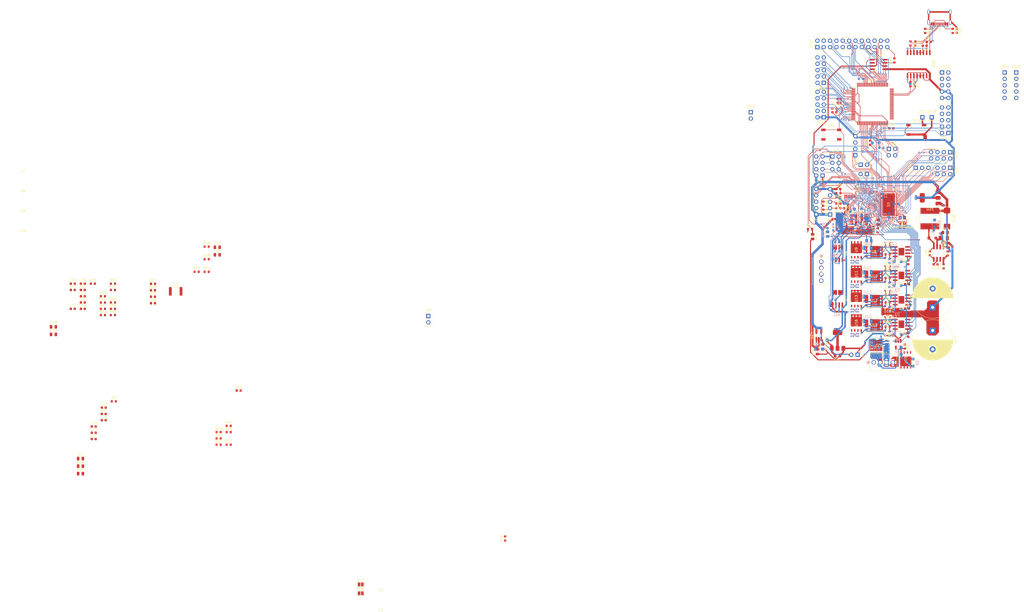
<source format=kicad_pcb>
(kicad_pcb
	(version 20241229)
	(generator "pcbnew")
	(generator_version "9.0")
	(general
		(thickness 1.6)
		(legacy_teardrops no)
	)
	(paper "A4")
	(layers
		(0 "F.Cu" signal)
		(2 "B.Cu" signal)
		(9 "F.Adhes" user "F.Adhesive")
		(11 "B.Adhes" user "B.Adhesive")
		(13 "F.Paste" user)
		(15 "B.Paste" user)
		(5 "F.SilkS" user "F.Silkscreen")
		(7 "B.SilkS" user "B.Silkscreen")
		(1 "F.Mask" user)
		(3 "B.Mask" user)
		(17 "Dwgs.User" user "User.Drawings")
		(19 "Cmts.User" user "User.Comments")
		(21 "Eco1.User" user "User.Eco1")
		(23 "Eco2.User" user "User.Eco2")
		(25 "Edge.Cuts" user)
		(27 "Margin" user)
		(31 "F.CrtYd" user "F.Courtyard")
		(29 "B.CrtYd" user "B.Courtyard")
		(35 "F.Fab" user)
		(33 "B.Fab" user)
		(39 "User.1" user)
		(41 "User.2" user)
		(43 "User.3" user)
		(45 "User.4" user)
	)
	(setup
		(pad_to_mask_clearance 0)
		(allow_soldermask_bridges_in_footprints no)
		(tenting front back)
		(pcbplotparams
			(layerselection 0x00000000_00000000_55555555_5755f5ff)
			(plot_on_all_layers_selection 0x00000000_00000000_00000000_00000000)
			(disableapertmacros no)
			(usegerberextensions no)
			(usegerberattributes yes)
			(usegerberadvancedattributes yes)
			(creategerberjobfile yes)
			(dashed_line_dash_ratio 12.000000)
			(dashed_line_gap_ratio 3.000000)
			(svgprecision 4)
			(plotframeref no)
			(mode 1)
			(useauxorigin no)
			(hpglpennumber 1)
			(hpglpenspeed 20)
			(hpglpendiameter 15.000000)
			(pdf_front_fp_property_popups yes)
			(pdf_back_fp_property_popups yes)
			(pdf_metadata yes)
			(pdf_single_document no)
			(dxfpolygonmode yes)
			(dxfimperialunits yes)
			(dxfusepcbnewfont yes)
			(psnegative no)
			(psa4output no)
			(plot_black_and_white yes)
			(plotinvisibletext no)
			(sketchpadsonfab no)
			(plotpadnumbers no)
			(hidednponfab no)
			(sketchdnponfab yes)
			(crossoutdnponfab yes)
			(subtractmaskfromsilk no)
			(outputformat 1)
			(mirror no)
			(drillshape 1)
			(scaleselection 1)
			(outputdirectory "")
		)
	)
	(net 0 "")
	(net 1 "GND")
	(net 2 "+3V3")
	(net 3 "+5V")
	(net 4 "Net-(U30-PDEN)")
	(net 5 "/brains/GND_USB")
	(net 6 "Net-(P1-CC)")
	(net 7 "Net-(P1-VCONN)")
	(net 8 "Net-(U1B-VCCCORE1)")
	(net 9 "5V_SENSE")
	(net 10 "GNDA")
	(net 11 "V_GD")
	(net 12 "GNDI")
	(net 13 "Net-(D14-K)")
	(net 14 "Net-(D32-A)")
	(net 15 "V+")
	(net 16 "MOT_D")
	(net 17 "/motor_board_tmc_1/MOT_C")
	(net 18 "MOT_B")
	(net 19 "/motor_board_tmc_1/MOT_A")
	(net 20 "2.5V_REF")
	(net 21 "/brains/OSC+")
	(net 22 "/motor_board_tmc_1/SENSE_A")
	(net 23 "/motor_board_tmc_2/HALL_UX_5V")
	(net 24 "/motor_board_tmc_2/HALL_V_5V")
	(net 25 "/motor_board_tmc_2/HALL_WY_5V")
	(net 26 "Net-(U20-VCAP)")
	(net 27 "V_MOT_IN")
	(net 28 "Net-(U23-VD)")
	(net 29 "Net-(D33-A)")
	(net 30 "Net-(U23-BST)")
	(net 31 "/motor_board_tmc_1/SENSE_C")
	(net 32 "Net-(U7-VREF)")
	(net 33 "Net-(U6-VREF)")
	(net 34 "/brains/OSC-")
	(net 35 "/brains/USB_SHIELD")
	(net 36 "/brains/VDDA")
	(net 37 "Net-(U26C-VCAP_2)")
	(net 38 "Net-(U26C-VCAP_1)")
	(net 39 "/brains/BUTTON_A")
	(net 40 "/brains/E_STOP")
	(net 41 "/brains/USB_VBUS_IN")
	(net 42 "Net-(D27-A)")
	(net 43 "Net-(D28-A)")
	(net 44 "Net-(D29-A)")
	(net 45 "Net-(D30-A)")
	(net 46 "ENO")
	(net 47 "AGPI_A")
	(net 48 "AENC_WY_N")
	(net 49 "AENC_UX_N")
	(net 50 "AENC_WY")
	(net 51 "AENC_VN")
	(net 52 "AENC_UX")
	(net 53 "AENC_VN_N")
	(net 54 "ENABLE")
	(net 55 "GPIO0")
	(net 56 "GPIO3")
	(net 57 "GPIO2")
	(net 58 "GPIO4")
	(net 59 "GPIO6")
	(net 60 "GPIO7")
	(net 61 "GPIO1")
	(net 62 "GPIO5")
	(net 63 "/motor_board_tmc_2/ENC_Z_5V")
	(net 64 "/motor_board_tmc_2/ENC_A_5V")
	(net 65 "/motor_board_tmc_2/ENC_B_5V")
	(net 66 "Net-(JP12-Pad3)")
	(net 67 "Net-(JP12-Pad2)")
	(net 68 "Net-(JP12-Pad4)")
	(net 69 "/motor_board_tmc_1/2.5V_REF_C")
	(net 70 "/motor_board_tmc_1/2.5V_REF_A")
	(net 71 "/brains/BOOT0")
	(net 72 "/brains/DIN4")
	(net 73 "/brains/DIN3")
	(net 74 "/brains/DIN7")
	(net 75 "/brains/DIN6")
	(net 76 "/brains/DIN5")
	(net 77 "/brains/DIN2")
	(net 78 "/brains/DIN1")
	(net 79 "/brains/DIN0")
	(net 80 "/brains/AIN4")
	(net 81 "/brains/AIN1")
	(net 82 "/brains/AIN3")
	(net 83 "/brains/AIN5")
	(net 84 "/brains/AIN2")
	(net 85 "/brains/AIN0")
	(net 86 "/brains/CANL")
	(net 87 "/brains/SPI3_MISO")
	(net 88 "/brains/SWO")
	(net 89 "/brains/UART1_TX")
	(net 90 "/brains/UART1_RX")
	(net 91 "/brains/SPI3_CS2")
	(net 92 "/brains/GPIO2")
	(net 93 "/brains/GPIO1")
	(net 94 "/brains/I2C_SDA")
	(net 95 "/brains/GPIO3")
	(net 96 "/brains/I2C_SCL")
	(net 97 "/brains/SPI3_MOSI")
	(net 98 "/brains/SPI3_SCK")
	(net 99 "/brains/CAN_RES")
	(net 100 "/brains/CANH")
	(net 101 "/brains/SPI3_CS3")
	(net 102 "/brains/SPI3_CS1")
	(net 103 "/brains/SPI2_SCK")
	(net 104 "/brains/SPI2_MISO")
	(net 105 "/brains/SPI2_MOSI")
	(net 106 "/brains/SPI2_SS3")
	(net 107 "/brains/SPI2_SS2")
	(net 108 "/brains/SPI2_SS")
	(net 109 "/brains/GPIO7")
	(net 110 "/brains/GPIO6")
	(net 111 "/brains/GPIO8")
	(net 112 "/brains/GPIO5")
	(net 113 "/brains/PWM2")
	(net 114 "/brains/PWM4")
	(net 115 "/brains/PWM3")
	(net 116 "/brains/PWM1")
	(net 117 "/brains/SWDIO")
	(net 118 "/brains/SWCLK")
	(net 119 "BRAKE_RES_COMP")
	(net 120 "Net-(U23-FB)")
	(net 121 "/motor_board_tmc_1/G_HS_D")
	(net 122 "/motor_board_tmc_1/G_LS_D")
	(net 123 "/motor_board_tmc_1/G_HS_C")
	(net 124 "/motor_board_tmc_1/G_LS_C")
	(net 125 "/motor_board_tmc_1/G_HS_B")
	(net 126 "/motor_board_tmc_1/G_LS_B")
	(net 127 "/motor_board_tmc_1/G_HS_A")
	(net 128 "/motor_board_tmc_1/G_LS_A")
	(net 129 "/motor_board_tmc_1/BRAKE_CTRL")
	(net 130 "BRAKE_CTRL_EXT")
	(net 131 "2.5V_REF_RAW")
	(net 132 "/motor_board_tmc_1/BRAKE_GATE")
	(net 133 "/motor_board_tmc_2/V_INT_TMC_RAW")
	(net 134 "/motor_board_tmc_2/TH_FET")
	(net 135 "/motor_board_tmc_2/BRAKE_RES_TH")
	(net 136 "Net-(U23-ON{slash}~{OFF})")
	(net 137 "Net-(U24-FB)")
	(net 138 "Net-(U6-VOUT)")
	(net 139 "Net-(U7-VOUT)")
	(net 140 "Net-(U30-UD+)")
	(net 141 "Net-(U30-UD-)")
	(net 142 "Net-(U30-DD+)")
	(net 143 "/brains/LED1")
	(net 144 "/brains/LED2")
	(net 145 "/brains/LED3")
	(net 146 "/motor_board_tmc_3/INPUT_GATE")
	(net 147 "/brains/CAN_S")
	(net 148 "unconnected-(U26A-PD14-Pad61)")
	(net 149 "unconnected-(U26A-PD11-Pad58)")
	(net 150 "unconnected-(U26A-PD10-Pad57)")
	(net 151 "unconnected-(U26B-PE15-Pad46)")
	(net 152 "unconnected-(U26A-PD12-Pad59)")
	(net 153 "/brains/CAN_RX")
	(net 154 "unconnected-(U26A-PC9-Pad66)")
	(net 155 "/brains/USB_D-")
	(net 156 "unconnected-(U26A-PA10-Pad69)")
	(net 157 "unconnected-(U26A-PA8-Pad67)")
	(net 158 "/brains/CAN_TX")
	(net 159 "unconnected-(U26A-PC8-Pad65)")
	(net 160 "unconnected-(U26A-PD13-Pad60)")
	(net 161 "/brains/USB_D+")
	(net 162 "UART_RX")
	(net 163 "Net-(D1-K)")
	(net 164 "REF_L")
	(net 165 "ENC2_A")
	(net 166 "HALL_V")
	(net 167 "HALL_WY")
	(net 168 "ENC_B")
	(net 169 "DIR")
	(net 170 "ENC_Z")
	(net 171 "PWM_I")
	(net 172 "/motor_board_tmc_1/C_HS_C")
	(net 173 "V_INT_TMC")
	(net 174 "MISO")
	(net 175 "ENC2_Z")
	(net 176 "/motor_board_tmc_1/C_LS_B")
	(net 177 "/motor_board_tmc_1/C_LS_D")
	(net 178 "/motor_board_tmc_1/CLK_25M")
	(net 179 "ENC2_B")
	(net 180 "/motor_board_tmc_1/C_LS_C")
	(net 181 "MOSI")
	(net 182 "/motor_board_tmc_1/C_LS_A")
	(net 183 "/motor_board_tmc_1/BRAKE_CTRL_TMC")
	(net 184 "/motor_board_tmc_1/C_HS_A")
	(net 185 "SCK")
	(net 186 "/motor_board_tmc_1/C_HS_D")
	(net 187 "UART_TX")
	(net 188 "REF_R")
	(net 189 "REF_H")
	(net 190 "AGPI_B")
	(net 191 "ENC_A")
	(net 192 "HALL_UX")
	(net 193 "CS_TMC")
	(net 194 "/motor_board_tmc_1/C_HS_B")
	(net 195 "STEP")
	(net 196 "NRST")
	(net 197 "DRV_FLAG")
	(net 198 "DRV_EN")
	(net 199 "V_INT")
	(net 200 "V_EXT")
	(net 201 "SPI1_SS2")
	(net 202 "SPI1_SS3")
	(net 203 "GPIO_DRV")
	(net 204 "/brains/ENC_Z")
	(net 205 "/brains/ENC_A")
	(net 206 "/brains/ENC_B")
	(net 207 "Net-(D2-K)")
	(net 208 "Net-(D3-K)")
	(net 209 "Net-(D4-K)")
	(net 210 "RES_FET")
	(net 211 "Net-(D10-A)")
	(net 212 "Net-(D6-K)")
	(net 213 "Net-(D7-K)")
	(net 214 "Net-(D8-K)")
	(net 215 "Net-(D11-K)")
	(net 216 "Net-(D17-K)")
	(net 217 "Net-(D18-K)")
	(net 218 "Net-(D19-K)")
	(net 219 "Net-(D20-K)")
	(net 220 "unconnected-(Y3-ENABLE-Pad1)")
	(net 221 "Net-(H1-MOUNT)")
	(net 222 "Net-(H2-MOUNT)")
	(net 223 "MOT_A_OUT")
	(net 224 "MOT_C_OUT")
	(net 225 "/brains/USB_D+_IS")
	(net 226 "/brains/USB_D-_IS")
	(net 227 "Net-(U30-DD-)")
	(net 228 "unconnected-(U26A-PA9-Pad68)")
	(footprint "Resistor_SMD:R_0603_1608Metric" (layer "F.Cu") (at 213.2 160.6 90))
	(footprint "Capacitor_SMD:C_0603_1608Metric" (layer "F.Cu") (at 40.445 61.31))
	(footprint "Package_SO:SOIC-8_3.9x4.9mm_P1.27mm" (layer "F.Cu") (at 386.385 46.59 90))
	(footprint "Connector_PinHeader_2.54mm:PinHeader_1x01_P2.54mm_Vertical" (layer "F.Cu") (at 379.9 -7.7))
	(footprint "Capacitor_THT:CP_Radial_D16.0mm_P7.50mm" (layer "F.Cu") (at 384 68.262755 90))
	(footprint "Button_Switch_SMD:SW_SPST_TL3342" (layer "F.Cu") (at 343.5 -0.75))
	(footprint "Connector_PinHeader_2.54mm:PinHeader_2x05_P2.54mm_Vertical" (layer "F.Cu") (at 340.525 -7.675 180))
	(footprint "Diode_SMD:D_SOD-323F" (layer "F.Cu") (at 366 77.75 180))
	(footprint "Resistor_SMD:R_0805_2012Metric" (layer "F.Cu") (at 340 84 -90))
	(footprint "LED_SMD:LED_0603_1608Metric" (layer "F.Cu") (at 72.5 61.43))
	(footprint "Resistor_SMD:R_0603_1608Metric" (layer "F.Cu") (at 381 -42.2 -90))
	(footprint "Resistor_SMD:R_0603_1608Metric" (layer "F.Cu") (at 362 37.5 90))
	(footprint "Package_TO_SOT_SMD:SOT-23-5_HandSoldering" (layer "F.Cu") (at 338.5 79.5 90))
	(footprint "Connector_PinHeader_2.54mm:PinHeader_1x05_P2.54mm_Vertical" (layer "F.Cu") (at 412.75 -25.575))
	(footprint "Connector_PinHeader_2.54mm:PinHeader_1x04_P2.54mm_Vertical" (layer "F.Cu") (at 353.1 7.5 180))
	(footprint "Capacitor_THT:CP_Radial_D16.0mm_P7.50mm" (layer "F.Cu") (at 384 77.5 -90))
	(footprint "MountingHole:MountingHole_3.2mm_M3" (layer "F.Cu") (at 20.4463 26.0074))
	(footprint "Package_TO_SOT_SMD:SOT-223" (layer "F.Cu") (at 346 81.5 90))
	(footprint "MountingHole:MountingHole_3.2mm_M3" (layer "F.Cu") (at 20.4463 33.9574))
	(footprint "Package_SO:SOIC-8-1EP_3.9x4.9mm_P1.27mm_EP2.29x3mm"
		(layer "F.Cu")
		(uuid "1c3a660b-1f12-45e2-b51a-ca4a86ee2376")
		(at 371.5 46 180)
		(descr "SOIC, 8 Pin (https://www.analog.com/media/en/technical-documentation/data-sheets/ada4898-1_4898-2.pdf#page=29), generated with kicad-footprint-generator ipc_gullwing_generator.py")
		(tags "SOIC SO")
		(property "Reference" "U5"
			(at 0 -3.4 0)
			(layer "F.SilkS")
			(uuid "7b3edba9-7ace-4402-96cc-ff2209432def")
			(effects
				(font
					(size 1 1)
					(thickness 0.15)
				)
			)
		)
		(property "Value" "LM5109BSD"
			(at 0 3.4 0)
			(layer "F.Fab")
			(uuid "cfb541eb-22bc-44d7-bea9-295484fbfa62")
			(effects
				(font
					(size 1 1)
					(thickness 0.15)
				)
			)
		)
		(property "Datasheet" ""
			(at 0 0 0)
			(layer "F.Fab")
			(hide yes)
			(uuid "fbc4f0a7-ecc6-4162-8951-8c33fdfbeead")
			(effects
				(font
					(size 1.27 1.27)
					(thickness 0.15)
				)
			)
		)
		(property "Description" ""
			(at 0 0 0)
			(layer "F.Fab")
			(hide yes)
			(uuid "7032f64f-defe-4f27-be92-072b0b05dc1f")
			(effects
				(font
					(size 1.27 1.27)
					(thickness 0.15)
				)
			)
		)
		(path "/9ba6eb33-b9b4-4ffb-a0a4-9bdfa5f117d9/82a433e1-62ff-4789-8547-1b626acae3b3")
		(sheetname "/motor_board_tmc_1/")
		(sheetfile "motor_board_tmc_1.kicad_sch")
		(attr smd)
		(fp_line
			(start 0 2.56)
			(end 1.95 2.56)
			(stroke
				(width 0.12)
				(type solid)
			)
			(layer "F.SilkS")
			(uuid "4b397767-43aa-42b2-9b42-fd7d93071984")
		)
		(fp_line
			(start 0 2.56)
			(end -1.95 2.56)
			(stroke
				(width 0.12)
				(type solid)
			)
			(layer "F.SilkS")
			(uuid "f17065c4-b810-4389-976b-bf9a8a
... [1694421 chars truncated]
</source>
